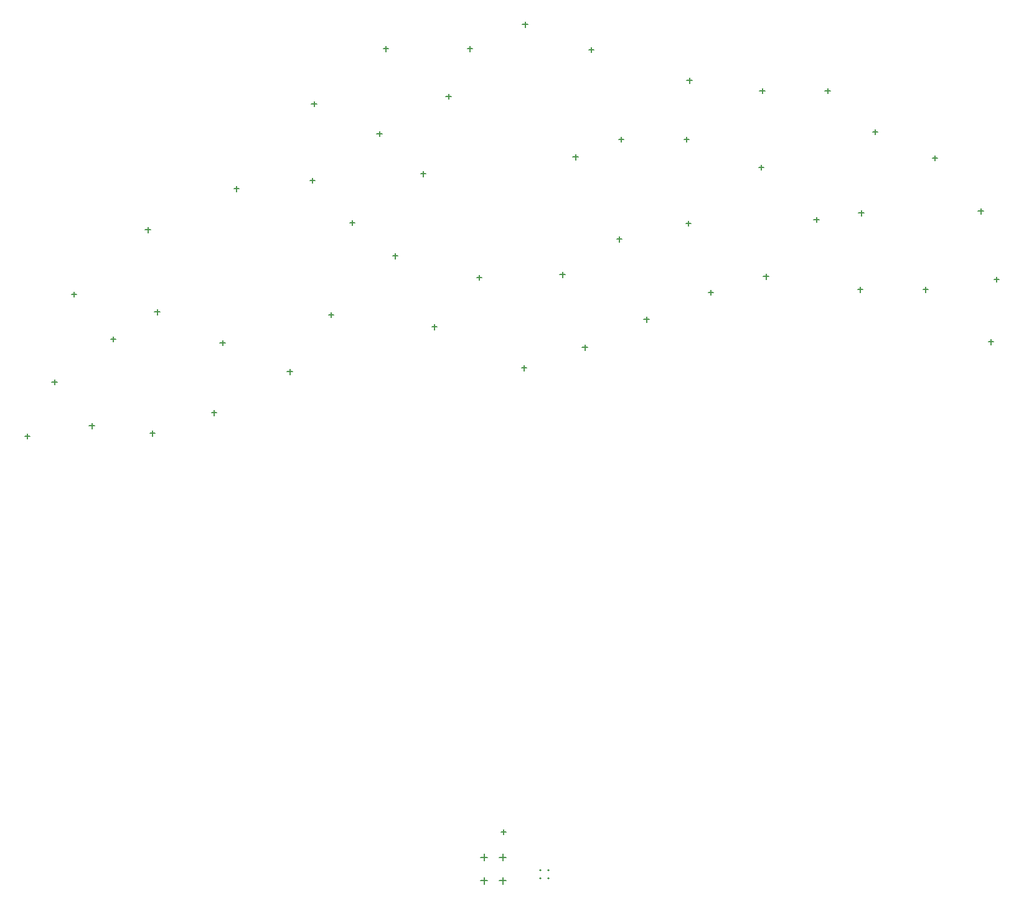
<source format=gbr>
%TF.GenerationSoftware,Altium Limited,Altium Designer,20.0.14 (345)*%
G04 Layer_Color=128*
%FSLAX45Y45*%
%MOMM*%
%TF.FileFunction,Drillmap*%
%TF.Part,Single*%
G01*
G75*
%TA.AperFunction,NonConductor*%
%ADD52C,0.12700*%
D52*
X9365700Y5346700D02*
X9455700D01*
X9410700Y5301700D02*
Y5391700D01*
X9619700Y5346700D02*
X9709700D01*
X9664700Y5301700D02*
Y5391700D01*
X9619700Y5029200D02*
X9709700D01*
X9664700Y4984200D02*
Y5074200D01*
X9365700Y5029200D02*
X9455700D01*
X9410700Y4984200D02*
Y5074200D01*
X9933940Y16678500D02*
X10005060D01*
X9969500Y16642940D02*
Y16714059D01*
X10835640Y16335600D02*
X10906760D01*
X10871200Y16300040D02*
Y16371159D01*
X10619740Y14875101D02*
X10690860D01*
X10655300Y14839540D02*
Y14910660D01*
X11242040Y15116400D02*
X11313160D01*
X11277600Y15080840D02*
Y15151961D01*
X12169140Y15916499D02*
X12240260D01*
X12204700Y15880940D02*
Y15952060D01*
X13159740Y15776801D02*
X13230859D01*
X13195300Y15741240D02*
Y15812360D01*
X14048740Y15776801D02*
X14119859D01*
X14084300Y15741240D02*
Y15812360D01*
X12131040Y15116400D02*
X12202160D01*
X12166600Y15080840D02*
Y15151961D01*
X13147040Y14735400D02*
X13218159D01*
X13182600Y14699840D02*
Y14770959D01*
X13896339Y14024200D02*
X13967461D01*
X13931900Y13988640D02*
Y14059760D01*
X14696440Y15217999D02*
X14767560D01*
X14732001Y15182440D02*
Y15253560D01*
X14505940Y14113100D02*
X14577060D01*
X14541499Y14077541D02*
Y14148660D01*
X15509241Y14862399D02*
X15580360D01*
X15544800Y14826840D02*
Y14897960D01*
X16131540Y14138499D02*
X16202660D01*
X16167101Y14102940D02*
Y14174060D01*
X14493240Y13071700D02*
X14564360D01*
X14528799Y13036140D02*
Y13107260D01*
X15382240Y13071700D02*
X15453360D01*
X15417799Y13036140D02*
Y13107260D01*
X16347440Y13211400D02*
X16418559D01*
X16383000Y13175841D02*
Y13246960D01*
X16271240Y12360500D02*
X16342360D01*
X16306799Y12324940D02*
Y12396060D01*
X12156440Y13973399D02*
X12227560D01*
X12192000Y13937840D02*
Y14008960D01*
X13210539Y13249500D02*
X13281660D01*
X13246100Y13213940D02*
Y13285060D01*
X12461240Y13033600D02*
X12532360D01*
X12496800Y12998039D02*
Y13069160D01*
X11216640Y13757500D02*
X11287760D01*
X11252200Y13721941D02*
Y13793060D01*
X11584940Y12665300D02*
X11656060D01*
X11620500Y12629740D02*
Y12700860D01*
X10441940Y13274899D02*
X10513060D01*
X10477500Y13239340D02*
Y13310460D01*
X10746740Y12284300D02*
X10817860D01*
X10782300Y12248740D02*
Y12319860D01*
X9921240Y12004900D02*
X9992360D01*
X9956800Y11969340D02*
Y12040460D01*
X9311640Y13236800D02*
X9382760D01*
X9347200Y13201241D02*
Y13272360D01*
X8550740Y14646500D02*
X8621860D01*
X8586300Y14610941D02*
Y14682060D01*
X8892540Y15700600D02*
X8963660D01*
X8928100Y15665041D02*
Y15736160D01*
X8041640Y16348300D02*
X8112760D01*
X8077200Y16312740D02*
Y16383859D01*
X7952740Y15192599D02*
X8023860D01*
X7988300Y15157040D02*
Y15228160D01*
X8169740Y13528900D02*
X8240860D01*
X8205300Y13493340D02*
Y13564461D01*
X7584440Y13982700D02*
X7655560D01*
X7620000Y13947141D02*
Y14018260D01*
X7039440Y14557600D02*
X7110560D01*
X7075000Y14522040D02*
Y14593159D01*
X7063740Y15599001D02*
X7134860D01*
X7099300Y15563440D02*
Y15634560D01*
X8702040Y12563700D02*
X8773160D01*
X8737600Y12528140D02*
Y12599260D01*
X7293440Y12728800D02*
X7364560D01*
X7329000Y12693240D02*
Y12764360D01*
X6733540Y11954100D02*
X6804660D01*
X6769100Y11918540D02*
Y11989660D01*
X5704840Y11395300D02*
X5775960D01*
X5740400Y11359740D02*
Y11430860D01*
X4866640Y11115900D02*
X4937760D01*
X4902200Y11080340D02*
Y11151460D01*
X4041140Y11217500D02*
X4112260D01*
X4076700Y11181940D02*
Y11253060D01*
X3164840Y11077800D02*
X3235960D01*
X3200400Y11042240D02*
Y11113360D01*
X3533140Y11814400D02*
X3604260D01*
X3568700Y11778840D02*
Y11849960D01*
X5819140Y12347800D02*
X5890260D01*
X5854700Y12312240D02*
Y12383360D01*
X4930140Y12766900D02*
X5001260D01*
X4965700Y12731340D02*
Y12802460D01*
X4333240Y12398600D02*
X4404360D01*
X4368800Y12363040D02*
Y12434160D01*
X3799840Y13008200D02*
X3870960D01*
X3835400Y12972639D02*
Y13043761D01*
X9184640Y16348300D02*
X9255760D01*
X9220200Y16312740D02*
Y16383859D01*
X4803140Y13884500D02*
X4874260D01*
X4838700Y13848940D02*
Y13920061D01*
X9639640Y5689600D02*
X9710760D01*
X9675200Y5654040D02*
Y5725160D01*
X6009640Y14443300D02*
X6080760D01*
X6045200Y14407739D02*
Y14478860D01*
X10274100Y5067600D02*
X10294100D01*
X10284100Y5057600D02*
Y5077600D01*
X10164100Y5067600D02*
X10184100D01*
X10174100Y5057600D02*
Y5077600D01*
X10274100Y5177600D02*
X10294100D01*
X10284100Y5167600D02*
Y5187600D01*
X10164100Y5177600D02*
X10184100D01*
X10174100Y5167600D02*
Y5187600D01*
%TF.MD5,b9f810558decff51283fcc8c5b31263e*%
M02*

</source>
